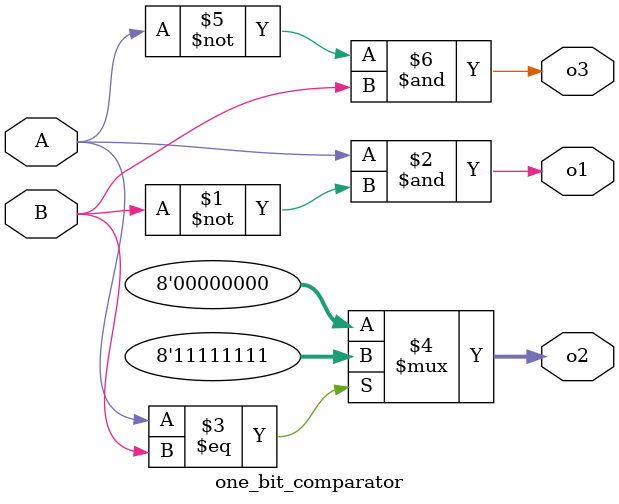
<source format=v>
module one_bit_comparator (
    input  wire A,
    input  wire B,
    output wire o1,
    output wire signed [7:0] o2,
    output wire o3
);
    assign o1 = A & ~B;
    assign o2 = (A == B) ? -8'sd1 : 8'sd0;
    assign o3 = ~A & B;
endmodule

</source>
